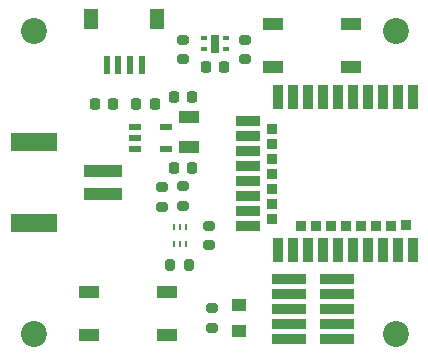
<source format=gbr>
%TF.GenerationSoftware,KiCad,Pcbnew,7.0.11-7.0.11~ubuntu22.04.1*%
%TF.CreationDate,2024-06-09T19:30:32+02:00*%
%TF.ProjectId,E73-2G4M08S1C-52840,4537332d-3247-4344-9d30-385331432d35,rev?*%
%TF.SameCoordinates,Original*%
%TF.FileFunction,Soldermask,Top*%
%TF.FilePolarity,Negative*%
%FSLAX46Y46*%
G04 Gerber Fmt 4.6, Leading zero omitted, Abs format (unit mm)*
G04 Created by KiCad (PCBNEW 7.0.11-7.0.11~ubuntu22.04.1) date 2024-06-09 19:30:32*
%MOMM*%
%LPD*%
G01*
G04 APERTURE LIST*
G04 Aperture macros list*
%AMRoundRect*
0 Rectangle with rounded corners*
0 $1 Rounding radius*
0 $2 $3 $4 $5 $6 $7 $8 $9 X,Y pos of 4 corners*
0 Add a 4 corners polygon primitive as box body*
4,1,4,$2,$3,$4,$5,$6,$7,$8,$9,$2,$3,0*
0 Add four circle primitives for the rounded corners*
1,1,$1+$1,$2,$3*
1,1,$1+$1,$4,$5*
1,1,$1+$1,$6,$7*
1,1,$1+$1,$8,$9*
0 Add four rect primitives between the rounded corners*
20,1,$1+$1,$2,$3,$4,$5,0*
20,1,$1+$1,$4,$5,$6,$7,0*
20,1,$1+$1,$6,$7,$8,$9,0*
20,1,$1+$1,$8,$9,$2,$3,0*%
G04 Aperture macros list end*
%ADD10R,1.250000X1.000000*%
%ADD11R,1.700000X1.000000*%
%ADD12RoundRect,0.200000X-0.275000X0.200000X-0.275000X-0.200000X0.275000X-0.200000X0.275000X0.200000X0*%
%ADD13C,2.200000*%
%ADD14R,0.700000X1.600000*%
%ADD15R,0.550000X0.350000*%
%ADD16R,0.280000X0.550000*%
%ADD17RoundRect,0.200000X0.275000X-0.200000X0.275000X0.200000X-0.275000X0.200000X-0.275000X-0.200000X0*%
%ADD18R,1.000000X0.600000*%
%ADD19RoundRect,0.200000X0.200000X0.275000X-0.200000X0.275000X-0.200000X-0.275000X0.200000X-0.275000X0*%
%ADD20RoundRect,0.225000X-0.225000X-0.250000X0.225000X-0.250000X0.225000X0.250000X-0.225000X0.250000X0*%
%ADD21RoundRect,0.225000X0.225000X0.250000X-0.225000X0.250000X-0.225000X-0.250000X0.225000X-0.250000X0*%
%ADD22R,1.200000X1.800000*%
%ADD23R,0.600000X1.550000*%
%ADD24R,1.700000X1.050000*%
%ADD25R,0.900000X2.000000*%
%ADD26R,0.900000X0.900000*%
%ADD27R,2.000000X0.900000*%
%ADD28R,4.000000X1.500000*%
%ADD29R,3.250000X1.000000*%
%ADD30R,3.000000X0.900000*%
G04 APERTURE END LIST*
D10*
%TO.C,LED1*%
X19500000Y-25400000D03*
X19500000Y-27600000D03*
%TD*%
D11*
%TO.C,RESET1*%
X6800000Y-24250000D03*
X13400000Y-24250000D03*
X6800000Y-27950000D03*
X13400000Y-27950000D03*
%TD*%
%TO.C,SW1*%
X22400000Y-1550000D03*
X29000000Y-1550000D03*
X22400000Y-5250000D03*
X29000000Y-5250000D03*
%TD*%
D12*
%TO.C,R9*%
X14750000Y-17000000D03*
X14750000Y-15350000D03*
%TD*%
D13*
%TO.C,H1*%
X2200000Y-2200000D03*
%TD*%
%TO.C,H4*%
X2200000Y-27800000D03*
%TD*%
D14*
%TO.C,U3*%
X17500000Y-3250000D03*
D15*
X16580000Y-3750000D03*
X16580000Y-2750000D03*
X18420000Y-2750000D03*
X18420000Y-3750000D03*
%TD*%
D13*
%TO.C,H2*%
X32800000Y-2200000D03*
%TD*%
D16*
%TO.C,Q1*%
X15000000Y-20220000D03*
X14500000Y-20220000D03*
X14000000Y-20220000D03*
X14000000Y-18780000D03*
X14500000Y-18780000D03*
X15000000Y-18780000D03*
%TD*%
D17*
%TO.C,R4*%
X17250000Y-25675000D03*
X17250000Y-27325000D03*
%TD*%
D12*
%TO.C,R3*%
X17000000Y-20325000D03*
X17000000Y-18675000D03*
%TD*%
D18*
%TO.C,LDO1*%
X13300000Y-10300000D03*
X13300000Y-12200000D03*
X10700000Y-12200000D03*
X10700000Y-11250000D03*
X10700000Y-10300000D03*
%TD*%
D19*
%TO.C,R10*%
X13675000Y-22000000D03*
X15325000Y-22000000D03*
%TD*%
D13*
%TO.C,H3*%
X32800000Y-27800000D03*
%TD*%
D20*
%TO.C,C5*%
X15525000Y-13750000D03*
X13975000Y-13750000D03*
%TD*%
D21*
%TO.C,C3*%
X16725000Y-5250000D03*
X18275000Y-5250000D03*
%TD*%
D17*
%TO.C,R6*%
X20000000Y-2925000D03*
X20000000Y-4575000D03*
%TD*%
D22*
%TO.C,CN2*%
X12600000Y-1160000D03*
X7000000Y-1160000D03*
D23*
X8300000Y-5040000D03*
X9300000Y-5040000D03*
X10300000Y-5040000D03*
X11300000Y-5040000D03*
%TD*%
D21*
%TO.C,C1*%
X7325000Y-8400000D03*
X8875000Y-8400000D03*
%TD*%
D17*
%TO.C,R7*%
X13000000Y-15425000D03*
X13000000Y-17075000D03*
%TD*%
%TO.C,R5*%
X14750000Y-2925000D03*
X14750000Y-4575000D03*
%TD*%
D24*
%TO.C,X2*%
X15250000Y-12020000D03*
X15250000Y-9480000D03*
%TD*%
D25*
%TO.C,U1*%
X34260000Y-20750000D03*
D26*
X33630000Y-18650000D03*
D25*
X32990000Y-20750000D03*
D26*
X32360000Y-18660000D03*
D25*
X31720000Y-20750000D03*
D26*
X31090000Y-18660000D03*
D25*
X30450000Y-20750000D03*
D26*
X29820000Y-18660000D03*
D25*
X29180000Y-20750000D03*
D26*
X28550000Y-18660000D03*
D25*
X27910000Y-20750000D03*
D26*
X27280000Y-18660000D03*
D25*
X26640000Y-20750000D03*
D26*
X26010000Y-18660000D03*
D25*
X25370000Y-20750000D03*
D26*
X24740000Y-18660000D03*
D25*
X24100000Y-20750000D03*
X22830000Y-20750000D03*
D27*
X20240000Y-18700000D03*
D26*
X22340000Y-18060000D03*
D27*
X20240000Y-17420000D03*
D26*
X22340000Y-16790000D03*
D27*
X20240000Y-16150000D03*
D26*
X22340000Y-15520000D03*
D27*
X20240000Y-14880000D03*
D26*
X22340000Y-14250000D03*
D27*
X20240000Y-13620000D03*
D26*
X22340000Y-12980000D03*
D27*
X20240000Y-12350000D03*
D26*
X22340000Y-11710000D03*
D27*
X20240000Y-11080000D03*
D26*
X22340000Y-10440000D03*
D27*
X20240000Y-9800000D03*
D25*
X22830000Y-7750000D03*
X24100000Y-7750000D03*
X25370000Y-7750000D03*
X26640000Y-7750000D03*
X27910000Y-7750000D03*
X29180000Y-7750000D03*
X30450000Y-7750000D03*
X31750000Y-7750000D03*
X32990000Y-7750000D03*
X34260000Y-7750000D03*
%TD*%
D28*
%TO.C,X1*%
X2147500Y-18410000D03*
X2147500Y-11590000D03*
D29*
X8027500Y-14000000D03*
X8027500Y-16000000D03*
%TD*%
D20*
%TO.C,C4*%
X15525000Y-7750000D03*
X13975000Y-7750000D03*
%TD*%
D30*
%TO.C,CN1*%
X27830000Y-28240000D03*
X23760000Y-28240000D03*
X27830000Y-26970000D03*
X23760000Y-26970000D03*
X27830000Y-25700000D03*
X23760000Y-25700000D03*
X27830000Y-24430000D03*
X23760000Y-24430000D03*
X27830000Y-23160000D03*
X23760000Y-23160000D03*
%TD*%
D21*
%TO.C,C2*%
X10825000Y-8400000D03*
X12375000Y-8400000D03*
%TD*%
M02*

</source>
